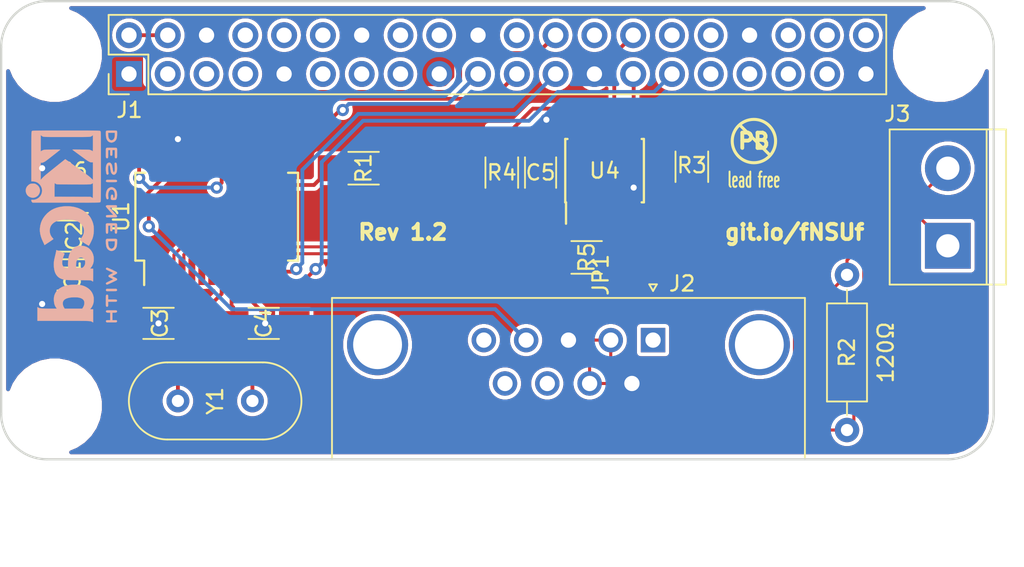
<source format=kicad_pcb>
(kicad_pcb (version 20171130) (host pcbnew 5.0.2-bee76a0~70~ubuntu18.04.1)
  (layers (0 F.Cu signal) (31 B.Cu signal) (34 B.Paste user) (35 F.Paste user) (36 B.SilkS user) (37 F.SilkS user) (38 B.Mask user) (39 F.Mask user) (44 Edge.Cuts user))
  (net 0 "")
  (net 1 +5V)
  (net 2 GND)
  (net 3 +3V3)
  (net 4 OSC2)
  (net 5 OSC1)
  (net 6 ~INT)
  (net 7 ID_SC)
  (net 8 ID_SD)
  (net 9 ~CS)
  (net 10 SCK)
  (net 11 SO)
  (net 12 SI)
  (net 13 CAN-)
  (net 14 CAN+)
  (net 15 "Net-(JP1-Pad1)")
  (net 16 "Net-(JP1-Pad2)")
  (net 17 "Net-(R1-Pad2)")
  (net 18 "Net-(U1-Pad21)")
  (net 19 "Net-(U1-Pad20)")
  (module components:solder_jumper1 (layer F.Cu) (at 60.833 34.925 90)
    (fp_text reference JP1 (at 0 -4.572 90) (layer F.SilkS))
    (fp_text value Jumper_2_Open)
    (pad 1 smd custom (at 1.27 -0.254 90) (size 0.5 0.5) (layers F.Cu F.Paste F.Mask) (net 15 "Net-(JP1-Pad1)") (options (clearance outline) (anchor rect)) (primitives (gr_poly (pts (xy 1.524 0.254) (xy 1.524 -0.508) (xy -1.524 -0.508) (xy -1.524 2.286) (xy 0.508 2.286) (xy 0.508 1.524) (xy -0.762 1.524) (xy -0.762 0.254)) (width 0))))
    (pad 2 smd custom (at 1.27 2.54 90) (size 0.5 0.5) (layers F.Cu F.Paste F.Mask) (net 16 "Net-(JP1-Pad2)") (options (clearance outline) (anchor rect)) (primitives (gr_poly (pts (xy -1.524 -0.254) (xy -1.524 0.508) (xy 1.524 0.508) (xy 1.524 -2.286) (xy -0.508 -2.286) (xy -0.508 -1.524) (xy 0.762 -1.524) (xy 0.762 -0.254)) (width 0))))
  )
  (module Connectors_DSub:DSUB-9_Female_Horizontal_P2.77x2.84mm_EdgePinOffset4.94mm_Housed_MountingHolesOffset7.48mm (layer F.Cu) (at 59.69 39.197)
    (fp_text reference J2 (at 1.905 -3.7) (layer F.SilkS))
    (fp_text value DB9_Female)
    (pad 1 thru_hole rect (at 0 0) (size 1.6 1.6) (drill 1) (layers *.Cu *.Mask))
    (pad 2 thru_hole circle (at -2.77 0) (size 1.6 1.6) (drill 1) (layers *.Cu *.Mask) (net 13 CAN-))
    (pad 3 thru_hole circle (at -5.54 0) (size 1.6 1.6) (drill 1) (layers *.Cu *.Mask) (net 2 GND))
    (pad 4 thru_hole circle (at -8.31 0) (size 1.6 1.6) (drill 1) (layers *.Cu *.Mask) (net 1 +5V))
    (pad 5 thru_hole circle (at -11.08 0) (size 1.6 1.6) (drill 1) (layers *.Cu *.Mask))
    (pad 6 thru_hole circle (at -1.385 2.84) (size 1.6 1.6) (drill 1) (layers *.Cu *.Mask) (net 2 GND))
    (pad 7 thru_hole circle (at -4.155 2.84) (size 1.6 1.6) (drill 1) (layers *.Cu *.Mask) (net 14 CAN+))
    (pad 8 thru_hole circle (at -6.925 2.84) (size 1.6 1.6) (drill 1) (layers *.Cu *.Mask))
    (pad 9 thru_hole circle (at -9.695 2.84) (size 1.6 1.6) (drill 1) (layers *.Cu *.Mask))
    (pad 0 thru_hole circle (at -18.04 0.3) (size 4 4) (drill 3.2) (layers *.Cu *.Mask))
    (pad 0 thru_hole circle (at 6.96 0.3) (size 4 4) (drill 3.2) (layers *.Cu *.Mask))
  )
  (module components:RPi_Hat_Mounting_Hole (layer F.Cu) (at 78.5 20.5)
    (fp_text reference REF** hide)
    (fp_text value M2.5 hide)
    (pad "" np_thru_hole circle (at 0 0) (size 2.75 2.75) (drill 2.75) (layers *.Cu *.Mask) (clearance 1.725))
  )
  (module components:RPi_Hat_Mounting_Hole (layer F.Cu) (at 20.5 43.5)
    (fp_text reference REF** hide)
    (fp_text value M2.5 hide)
    (pad "" np_thru_hole circle (at 0 0) (size 2.75 2.75) (drill 2.75) (layers *.Cu *.Mask) (clearance 1.725))
  )
  (module components:RPi_Hat_Mounting_Hole (layer F.Cu) (at 20.5 20.5)
    (fp_text reference REF** hide)
    (fp_text value M2.5 hide)
    (pad "" np_thru_hole circle (at 0 0) (size 2.75 2.75) (drill 2.75) (layers *.Cu *.Mask) (clearance 1.725))
  )
  (module Crystals:Crystal_HC49-U_Vertical (layer F.Cu) (at 33.455 43.18 180)
    (fp_text reference Y1 (at 2.44 0 270) (layer F.SilkS))
    (fp_text value 8MHz)
    (pad 2 thru_hole circle (at 4.88 0 180) (size 1.5 1.5) (drill 0.8) (layers *.Cu *.Mask) (net 4 OSC2))
    (pad 1 thru_hole circle (at 0 0 180) (size 1.5 1.5) (drill 0.8) (layers *.Cu *.Mask) (net 5 OSC1))
  )
  (module Capacitors_SMD:C_1206_HandSoldering (layer F.Cu) (at 21.685 34.925 180)
    (fp_text reference C1 (at 0 -0.035 270) (layer F.SilkS))
    (fp_text value 0.1uF)
    (pad 2 smd rect (at 2 0 180) (size 2 1.6) (layers F.Cu F.Paste F.Mask) (net 2 GND))
    (pad 1 smd rect (at -2 0 180) (size 2 1.6) (layers F.Cu F.Paste F.Mask) (net 3 +3V3))
  )
  (module Capacitors_SMD:C_1206_HandSoldering (layer F.Cu) (at 21.685 32.385 180)
    (fp_text reference C2 (at -0.095 0 -90) (layer F.SilkS))
    (fp_text value 0.1uF)
    (pad 1 smd rect (at -2 0 180) (size 2 1.6) (layers F.Cu F.Paste F.Mask) (net 3 +3V3))
    (pad 2 smd rect (at 2 0 180) (size 2 1.6) (layers F.Cu F.Paste F.Mask) (net 2 GND))
  )
  (module Capacitors_SMD:C_1206_HandSoldering (layer F.Cu) (at 27.305 38.1 180)
    (fp_text reference C3 (at -0.095 0 270) (layer F.SilkS))
    (fp_text value 22pF)
    (pad 2 smd rect (at 2 0 180) (size 2 1.6) (layers F.Cu F.Paste F.Mask) (net 2 GND))
    (pad 1 smd rect (at -2 0 180) (size 2 1.6) (layers F.Cu F.Paste F.Mask) (net 4 OSC2))
  )
  (module Capacitors_SMD:C_1206_HandSoldering (layer F.Cu) (at 34.195 38.1)
    (fp_text reference C4 (at 0 0 270) (layer F.SilkS))
    (fp_text value 22pF)
    (pad 1 smd rect (at -2 0) (size 2 1.6) (layers F.Cu F.Paste F.Mask) (net 5 OSC1))
    (pad 2 smd rect (at 2 0) (size 2 1.6) (layers F.Cu F.Paste F.Mask) (net 2 GND))
  )
  (module Capacitors_SMD:C_1206_HandSoldering (layer F.Cu) (at 52.324 28.226 90)
    (fp_text reference C5 (at 0 0 -180) (layer F.SilkS))
    (fp_text value 100nF)
    (pad 2 smd rect (at 2 0 90) (size 2 1.6) (layers F.Cu F.Paste F.Mask) (net 2 GND))
    (pad 1 smd rect (at -2 0 90) (size 2 1.6) (layers F.Cu F.Paste F.Mask) (net 3 +3V3))
  )
  (module Pin_Headers:Pin_Header_Straight_2x20_Pitch2.54mm (layer F.Cu) (at 25.37 21.77 90)
    (fp_text reference J1 (at -2.36 0.03 180) (layer F.SilkS))
    (fp_text value RaspberryPi40PinHeader)
    (pad 40 thru_hole oval (at 2.54 48.26 90) (size 1.7 1.7) (drill 1) (layers *.Cu *.Mask))
    (pad 39 thru_hole oval (at 0 48.26 90) (size 1.7 1.7) (drill 1) (layers *.Cu *.Mask) (net 2 GND))
    (pad 38 thru_hole oval (at 2.54 45.72 90) (size 1.7 1.7) (drill 1) (layers *.Cu *.Mask))
    (pad 37 thru_hole oval (at 0 45.72 90) (size 1.7 1.7) (drill 1) (layers *.Cu *.Mask))
    (pad 36 thru_hole oval (at 2.54 43.18 90) (size 1.7 1.7) (drill 1) (layers *.Cu *.Mask))
    (pad 35 thru_hole oval (at 0 43.18 90) (size 1.7 1.7) (drill 1) (layers *.Cu *.Mask))
    (pad 34 thru_hole oval (at 2.54 40.64 90) (size 1.7 1.7) (drill 1) (layers *.Cu *.Mask) (net 2 GND))
    (pad 33 thru_hole oval (at 0 40.64 90) (size 1.7 1.7) (drill 1) (layers *.Cu *.Mask))
    (pad 32 thru_hole oval (at 2.54 38.1 90) (size 1.7 1.7) (drill 1) (layers *.Cu *.Mask))
    (pad 31 thru_hole oval (at 0 38.1 90) (size 1.7 1.7) (drill 1) (layers *.Cu *.Mask))
    (pad 30 thru_hole oval (at 2.54 35.56 90) (size 1.7 1.7) (drill 1) (layers *.Cu *.Mask))
    (pad 29 thru_hole oval (at 0 35.56 90) (size 1.7 1.7) (drill 1) (layers *.Cu *.Mask) (net 6 ~INT))
    (pad 28 thru_hole oval (at 2.54 33.02 90) (size 1.7 1.7) (drill 1) (layers *.Cu *.Mask) (net 7 ID_SC))
    (pad 27 thru_hole oval (at 0 33.02 90) (size 1.7 1.7) (drill 1) (layers *.Cu *.Mask) (net 8 ID_SD))
    (pad 26 thru_hole oval (at 2.54 30.48 90) (size 1.7 1.7) (drill 1) (layers *.Cu *.Mask))
    (pad 25 thru_hole oval (at 0 30.48 90) (size 1.7 1.7) (drill 1) (layers *.Cu *.Mask) (net 2 GND))
    (pad 24 thru_hole oval (at 2.54 27.94 90) (size 1.7 1.7) (drill 1) (layers *.Cu *.Mask) (net 9 ~CS))
    (pad 23 thru_hole oval (at 0 27.94 90) (size 1.7 1.7) (drill 1) (layers *.Cu *.Mask) (net 10 SCK))
    (pad 22 thru_hole oval (at 2.54 25.4 90) (size 1.7 1.7) (drill 1) (layers *.Cu *.Mask))
    (pad 21 thru_hole oval (at 0 25.4 90) (size 1.7 1.7) (drill 1) (layers *.Cu *.Mask) (net 11 SO))
    (pad 20 thru_hole oval (at 2.54 22.86 90) (size 1.7 1.7) (drill 1) (layers *.Cu *.Mask) (net 2 GND))
    (pad 19 thru_hole oval (at 0 22.86 90) (size 1.7 1.7) (drill 1) (layers *.Cu *.Mask) (net 12 SI))
    (pad 18 thru_hole oval (at 2.54 20.32 90) (size 1.7 1.7) (drill 1) (layers *.Cu *.Mask))
    (pad 17 thru_hole oval (at 0 20.32 90) (size 1.7 1.7) (drill 1) (layers *.Cu *.Mask) (net 3 +3V3))
    (pad 16 thru_hole oval (at 2.54 17.78 90) (size 1.7 1.7) (drill 1) (layers *.Cu *.Mask))
    (pad 15 thru_hole oval (at 0 17.78 90) (size 1.7 1.7) (drill 1) (layers *.Cu *.Mask))
    (pad 14 thru_hole oval (at 2.54 15.24 90) (size 1.7 1.7) (drill 1) (layers *.Cu *.Mask) (net 2 GND))
    (pad 13 thru_hole oval (at 0 15.24 90) (size 1.7 1.7) (drill 1) (layers *.Cu *.Mask))
    (pad 12 thru_hole oval (at 2.54 12.7 90) (size 1.7 1.7) (drill 1) (layers *.Cu *.Mask))
    (pad 11 thru_hole oval (at 0 12.7 90) (size 1.7 1.7) (drill 1) (layers *.Cu *.Mask))
    (pad 10 thru_hole oval (at 2.54 10.16 90) (size 1.7 1.7) (drill 1) (layers *.Cu *.Mask))
    (pad 9 thru_hole oval (at 0 10.16 90) (size 1.7 1.7) (drill 1) (layers *.Cu *.Mask) (net 2 GND))
    (pad 8 thru_hole oval (at 2.54 7.62 90) (size 1.7 1.7) (drill 1) (layers *.Cu *.Mask))
    (pad 7 thru_hole oval (at 0 7.62 90) (size 1.7 1.7) (drill 1) (layers *.Cu *.Mask))
    (pad 6 thru_hole oval (at 2.54 5.08 90) (size 1.7 1.7) (drill 1) (layers *.Cu *.Mask) (net 2 GND))
    (pad 5 thru_hole oval (at 0 5.08 90) (size 1.7 1.7) (drill 1) (layers *.Cu *.Mask))
    (pad 4 thru_hole oval (at 2.54 2.54 90) (size 1.7 1.7) (drill 1) (layers *.Cu *.Mask) (net 1 +5V))
    (pad 3 thru_hole oval (at 0 2.54 90) (size 1.7 1.7) (drill 1) (layers *.Cu *.Mask))
    (pad 2 thru_hole oval (at 2.54 0 90) (size 1.7 1.7) (drill 1) (layers *.Cu *.Mask) (net 1 +5V))
    (pad 1 thru_hole rect (at 0 0 90) (size 1.7 1.7) (drill 1) (layers *.Cu *.Mask) (net 3 +3V3))
  )
  (module Connectors_Terminal_Blocks:TerminalBlock_bornier-2_P5.08mm (layer F.Cu) (at 78.994 33.02 90)
    (fp_text reference J3 (at 8.636 -3.302 180) (layer F.SilkS))
    (fp_text value Screw_Terminal_01x02)
    (pad 2 thru_hole circle (at 5.08 0 90) (size 3 3) (drill 1.52) (layers *.Cu *.Mask) (net 13 CAN-))
    (pad 1 thru_hole rect (at 0 0 90) (size 3 3) (drill 1.52) (layers *.Cu *.Mask) (net 14 CAN+))
  )
  (module Resistors_SMD:R_1206_HandSoldering (layer F.Cu) (at 40.735 27.94 180)
    (fp_text reference R1 (at 0 0 90) (layer F.SilkS))
    (fp_text value 10k)
    (pad 1 smd rect (at -2 0 180) (size 2 1.7) (layers F.Cu F.Paste F.Mask) (net 3 +3V3))
    (pad 2 smd rect (at 2 0 180) (size 2 1.7) (layers F.Cu F.Paste F.Mask) (net 17 "Net-(R1-Pad2)"))
  )
  (module Resistors_THT:R_Axial_DIN0207_L6.3mm_D2.5mm_P10.16mm_Horizontal (layer F.Cu) (at 72.39 34.925 270)
    (fp_text reference R2 (at 5.08 0 270) (layer F.SilkS))
    (fp_text value 120R)
    (pad 2 thru_hole oval (at 10.16 0 270) (size 1.6 1.6) (drill 0.8) (layers *.Cu *.Mask) (net 14 CAN+))
    (pad 1 thru_hole circle (at 0 0 270) (size 1.6 1.6) (drill 0.8) (layers *.Cu *.Mask) (net 13 CAN-))
  )
  (module Resistors_SMD:R_1206_HandSoldering (layer F.Cu) (at 62.23 27.845 90)
    (fp_text reference R3 (at 0.095 0 180) (layer F.SilkS))
    (fp_text value 3.9k)
    (pad 2 smd rect (at 2 0 90) (size 2 1.7) (layers F.Cu F.Paste F.Mask) (net 8 ID_SD))
    (pad 1 smd rect (at -2 0 90) (size 2 1.7) (layers F.Cu F.Paste F.Mask) (net 3 +3V3))
  )
  (module Resistors_SMD:R_1206_HandSoldering (layer F.Cu) (at 49.784 28.226 90)
    (fp_text reference R4 (at 0 0 180) (layer F.SilkS))
    (fp_text value 3.9k)
    (pad 2 smd rect (at 2 0 90) (size 2 1.7) (layers F.Cu F.Paste F.Mask) (net 7 ID_SC))
    (pad 1 smd rect (at -2 0 90) (size 2 1.7) (layers F.Cu F.Paste F.Mask) (net 3 +3V3))
  )
  (module Resistors_SMD:R_1206_HandSoldering (layer F.Cu) (at 55.34 33.782)
    (fp_text reference R5 (at 0 0 90) (layer F.SilkS))
    (fp_text value 1k)
    (pad 1 smd rect (at -2 0) (size 2 1.7) (layers F.Cu F.Paste F.Mask) (net 3 +3V3))
    (pad 2 smd rect (at 2 0) (size 2 1.7) (layers F.Cu F.Paste F.Mask) (net 15 "Net-(JP1-Pad1)"))
  )
  (module Housings_SOIC:SOIC-8_3.9x4.9mm_Pitch1.27mm (layer F.Cu) (at 56.515 28.1 90)
    (fp_text reference U4 (at 0 0 180) (layer F.SilkS))
    (fp_text value 24LC01)
    (pad 8 smd rect (at 2.7 -1.905 90) (size 1.55 0.6) (layers F.Cu F.Paste F.Mask) (net 3 +3V3))
    (pad 7 smd rect (at 2.7 -0.635 90) (size 1.55 0.6) (layers F.Cu F.Paste F.Mask) (net 16 "Net-(JP1-Pad2)"))
    (pad 6 smd rect (at 2.7 0.635 90) (size 1.55 0.6) (layers F.Cu F.Paste F.Mask) (net 7 ID_SC))
    (pad 5 smd rect (at 2.7 1.905 90) (size 1.55 0.6) (layers F.Cu F.Paste F.Mask) (net 8 ID_SD))
    (pad 4 smd rect (at -2.7 1.905 90) (size 1.55 0.6) (layers F.Cu F.Paste F.Mask) (net 2 GND))
    (pad 3 smd rect (at -2.7 0.635 90) (size 1.55 0.6) (layers F.Cu F.Paste F.Mask) (net 2 GND))
    (pad 2 smd rect (at -2.7 -0.635 90) (size 1.55 0.6) (layers F.Cu F.Paste F.Mask) (net 2 GND))
    (pad 1 smd rect (at -2.7 -1.905 90) (size 1.55 0.6) (layers F.Cu F.Paste F.Mask) (net 2 GND))
  )
  (module Capacitors_SMD:C_1206_HandSoldering (layer F.Cu) (at 21.685 29.845)
    (fp_text reference C6 (at 0 -1.75) (layer F.SilkS))
    (fp_text value 0.1uF)
    (pad 2 smd rect (at 2 0) (size 2 1.6) (layers F.Cu F.Paste F.Mask) (net 1 +5V))
    (pad 1 smd rect (at -2 0) (size 2 1.6) (layers F.Cu F.Paste F.Mask) (net 2 GND))
  )
  (module Housings_SSOP:SSOP-28_5.3x10.2mm_Pitch0.65mm (layer F.Cu) (at 31.115 31.115 90)
    (fp_text reference U1 (at 0 -6.25 90) (layer F.SilkS))
    (fp_text value MCP25625-x-SS)
    (pad 28 smd rect (at 3.6 -4.225 90) (size 1.75 0.45) (layers F.Cu F.Paste F.Mask) (net 18 "Net-(U1-Pad21)"))
    (pad 27 smd rect (at 3.6 -3.575 90) (size 1.75 0.45) (layers F.Cu F.Paste F.Mask) (net 1 +5V))
    (pad 26 smd rect (at 3.6 -2.925 90) (size 1.75 0.45) (layers F.Cu F.Paste F.Mask) (net 2 GND))
    (pad 25 smd rect (at 3.6 -2.275 90) (size 1.75 0.45) (layers F.Cu F.Paste F.Mask))
    (pad 24 smd rect (at 3.6 -1.625 90) (size 1.75 0.45) (layers F.Cu F.Paste F.Mask) (net 19 "Net-(U1-Pad20)"))
    (pad 23 smd rect (at 3.6 -0.975 90) (size 1.75 0.45) (layers F.Cu F.Paste F.Mask))
    (pad 22 smd rect (at 3.6 -0.325 90) (size 1.75 0.45) (layers F.Cu F.Paste F.Mask))
    (pad 21 smd rect (at 3.6 0.325 90) (size 1.75 0.45) (layers F.Cu F.Paste F.Mask) (net 18 "Net-(U1-Pad21)"))
    (pad 20 smd rect (at 3.6 0.975 90) (size 1.75 0.45) (layers F.Cu F.Paste F.Mask) (net 19 "Net-(U1-Pad20)"))
    (pad 19 smd rect (at 3.6 1.625 90) (size 1.75 0.45) (layers F.Cu F.Paste F.Mask) (net 3 +3V3))
    (pad 18 smd rect (at 3.6 2.275 90) (size 1.75 0.45) (layers F.Cu F.Paste F.Mask) (net 17 "Net-(R1-Pad2)"))
    (pad 17 smd rect (at 3.6 2.925 90) (size 1.75 0.45) (layers F.Cu F.Paste F.Mask) (net 9 ~CS))
    (pad 16 smd rect (at 3.6 3.575 90) (size 1.75 0.45) (layers F.Cu F.Paste F.Mask) (net 11 SO))
    (pad 15 smd rect (at 3.6 4.225 90) (size 1.75 0.45) (layers F.Cu F.Paste F.Mask) (net 12 SI))
    (pad 14 smd rect (at -3.6 4.225 90) (size 1.75 0.45) (layers F.Cu F.Paste F.Mask) (net 10 SCK))
    (pad 13 smd rect (at -3.6 3.575 90) (size 1.75 0.45) (layers F.Cu F.Paste F.Mask) (net 6 ~INT))
    (pad 12 smd rect (at -3.6 2.925 90) (size 1.75 0.45) (layers F.Cu F.Paste F.Mask))
    (pad 11 smd rect (at -3.6 2.275 90) (size 1.75 0.45) (layers F.Cu F.Paste F.Mask))
    (pad 10 smd rect (at -3.6 1.625 90) (size 1.75 0.45) (layers F.Cu F.Paste F.Mask) (net 2 GND))
    (pad 9 smd rect (at -3.6 0.975 90) (size 1.75 0.45) (layers F.Cu F.Paste F.Mask) (net 5 OSC1))
    (pad 8 smd rect (at -3.6 0.325 90) (size 1.75 0.45) (layers F.Cu F.Paste F.Mask) (net 4 OSC2))
    (pad 7 smd rect (at -3.6 -0.325 90) (size 1.75 0.45) (layers F.Cu F.Paste F.Mask))
    (pad 6 smd rect (at -3.6 -0.975 90) (size 1.75 0.45) (layers F.Cu F.Paste F.Mask))
    (pad 5 smd rect (at -3.6 -1.625 90) (size 1.75 0.45) (layers F.Cu F.Paste F.Mask))
    (pad 4 smd rect (at -3.6 -2.275 90) (size 1.75 0.45) (layers F.Cu F.Paste F.Mask) (net 14 CAN+))
    (pad 3 smd rect (at -3.6 -2.925 90) (size 1.75 0.45) (layers F.Cu F.Paste F.Mask) (net 13 CAN-))
    (pad 2 smd rect (at -3.6 -3.575 90) (size 1.75 0.45) (layers F.Cu F.Paste F.Mask))
    (pad 1 smd rect (at -3.6 -4.225 90) (size 1.75 0.45) (layers F.Cu F.Paste F.Mask) (net 3 +3V3))
  )
  (module Symbols:KiCad-Logo2_6mm_SilkScreen (layer B.Cu) (at 21.59 31.75 270)
    (fp_text reference REF*** hide)
    (fp_text value KiCad-Logo2_6mm_SilkScreen hide)
  )
  (gr_text "Rev 1.2" (at 43.307 32.131) (layer F.SilkS) (effects (font (size 1 1) (thickness 0.25))))
  (gr_text "lead free" (at 66.294 28.702) (layer F.SilkS) (effects (font (size 1 0.5) (thickness 0.125))))
  (gr_line (start 67.31 27.051) (end 65.405 25.146) (layer F.SilkS) (width 0.2))
  (gr_circle (center 66.294 26.162) (end 67.564 25.527) (layer F.SilkS) (width 0.2))
  (gr_text PB (at 66.294 26.162) (layer F.SilkS) (effects (font (size 1 1) (thickness 0.25))))
  (gr_text 120Ω (at 74.93 40.005 90) (layer F.SilkS) (effects (font (size 1 1))))
  (gr_text git.io/fNSUf (at 68.961 32.131) (layer F.SilkS) (effects (font (size 1 1) (thickness 0.25))))
  (gr_line (start 82 44) (end 82 20) (layer Edge.Cuts) (width 0.15))
  (gr_arc (start 79 44) (end 79 47) (angle -90) (layer Edge.Cuts) (width 0.15))
  (gr_line (start 20 47) (end 79 47) (layer Edge.Cuts) (width 0.15))
  (gr_arc (start 20 44) (end 17 44) (angle -90) (layer Edge.Cuts) (width 0.15))
  (gr_line (start 17 20) (end 17 44) (layer Edge.Cuts) (width 0.15))
  (gr_arc (start 79 20) (end 82 20) (angle -90) (layer Edge.Cuts) (width 0.15))
  (gr_line (start 20 17) (end 79 17) (layer Edge.Cuts) (width 0.15))
  (gr_arc (start 20 20) (end 20 17) (angle -90) (layer Edge.Cuts) (width 0.15))
  (segment (start 26.67 19.267919) (end 26.707919 19.23) (width 0.25) (layer F.Cu) (net 1))
  (segment (start 26.67 22.269002) (end 26.67 19.267919) (width 0.25) (layer F.Cu) (net 1))
  (segment (start 27.54 23.139002) (end 26.67 22.269002) (width 0.25) (layer F.Cu) (net 1))
  (segment (start 26.707919 19.23) (end 27.91 19.23) (width 0.25) (layer F.Cu) (net 1))
  (segment (start 27.54 27.515) (end 27.54 23.139002) (width 0.25) (layer F.Cu) (net 1))
  (segment (start 26.707919 19.23) (end 25.37 19.23) (width 0.25) (layer F.Cu) (net 1))
  (segment (start 23.685 29.845) (end 26.335 29.845) (width 0.25) (layer F.Cu) (net 1))
  (segment (start 27.54 28.64) (end 27.54 27.515) (width 0.25) (layer F.Cu) (net 1))
  (segment (start 26.335 29.845) (end 27.54 28.64) (width 0.25) (layer F.Cu) (net 1))
  (via (at 26.67 31.75) (size 0.8) (drill 0.4) (layers F.Cu B.Cu) (net 1))
  (segment (start 51.38 39.197) (end 49.354999 37.171999) (width 0.25) (layer B.Cu) (net 1))
  (segment (start 32.091999 37.171999) (end 26.67 31.75) (width 0.25) (layer B.Cu) (net 1))
  (segment (start 49.354999 37.171999) (end 32.091999 37.171999) (width 0.25) (layer B.Cu) (net 1))
  (segment (start 26.67 30.18) (end 26.335 29.845) (width 0.25) (layer F.Cu) (net 1))
  (segment (start 26.67 31.75) (end 26.67 30.18) (width 0.25) (layer F.Cu) (net 1))
  (segment (start 19.685 30.895) (end 19.685 32.385) (width 0.25) (layer F.Cu) (net 2))
  (segment (start 19.685 29.845) (end 19.685 30.895) (width 0.25) (layer F.Cu) (net 2))
  (segment (start 19.685 34.925) (end 19.685 32.385) (width 0.25) (layer F.Cu) (net 2))
  (via (at 19.685 27.94) (size 0.8) (drill 0.4) (layers F.Cu B.Cu) (net 2))
  (segment (start 19.685 29.845) (end 19.685 27.94) (width 0.25) (layer F.Cu) (net 2))
  (via (at 19.685 36.83) (size 0.8) (drill 0.4) (layers F.Cu B.Cu) (net 2))
  (segment (start 19.685 34.925) (end 19.685 36.83) (width 0.25) (layer F.Cu) (net 2))
  (via (at 34.29 38.1) (size 0.8) (drill 0.4) (layers F.Cu B.Cu) (net 2))
  (segment (start 36.195 38.1) (end 34.29 38.1) (width 0.25) (layer F.Cu) (net 2))
  (segment (start 32.74 35.84) (end 32.74 34.715) (width 0.25) (layer F.Cu) (net 2))
  (segment (start 32.74 35.984315) (end 32.74 35.84) (width 0.25) (layer F.Cu) (net 2))
  (segment (start 34.29 37.534315) (end 32.74 35.984315) (width 0.25) (layer F.Cu) (net 2))
  (segment (start 34.29 38.1) (end 34.29 37.534315) (width 0.25) (layer F.Cu) (net 2))
  (via (at 27.305 38.1) (size 0.8) (drill 0.4) (layers F.Cu B.Cu) (net 2))
  (segment (start 25.305 38.1) (end 27.305 38.1) (width 0.25) (layer F.Cu) (net 2))
  (via (at 28.575 26.035) (size 0.8) (drill 0.4) (layers F.Cu B.Cu) (net 2))
  (segment (start 28.19 27.515) (end 28.19 26.42) (width 0.25) (layer F.Cu) (net 2))
  (segment (start 28.19 26.42) (end 28.575 26.035) (width 0.25) (layer F.Cu) (net 2))
  (segment (start 58.42 30.8) (end 57.15 30.8) (width 0.25) (layer F.Cu) (net 2))
  (segment (start 55.88 30.8) (end 57.15 30.8) (width 0.25) (layer F.Cu) (net 2))
  (segment (start 54.61 30.8) (end 55.88 30.8) (width 0.25) (layer F.Cu) (net 2))
  (via (at 52.705 24.765) (size 0.8) (drill 0.4) (layers F.Cu B.Cu) (net 2))
  (segment (start 52.324 26.226) (end 52.324 25.146) (width 0.25) (layer F.Cu) (net 2))
  (segment (start 52.324 25.146) (end 52.705 24.765) (width 0.25) (layer F.Cu) (net 2))
  (via (at 58.42 29.21) (size 0.8) (drill 0.4) (layers F.Cu B.Cu) (net 2))
  (segment (start 58.42 30.8) (end 58.42 29.21) (width 0.25) (layer F.Cu) (net 2))
  (segment (start 28.575 38.83) (end 29.305 38.1) (width 0.25) (layer F.Cu) (net 4))
  (segment (start 28.575 43.18) (end 28.575 38.83) (width 0.25) (layer F.Cu) (net 4))
  (segment (start 31.44 35.84) (end 31.44 34.715) (width 0.25) (layer F.Cu) (net 4))
  (segment (start 31.44 36.165) (end 31.44 35.84) (width 0.25) (layer F.Cu) (net 4))
  (segment (start 29.505 38.1) (end 31.44 36.165) (width 0.25) (layer F.Cu) (net 4))
  (segment (start 29.305 38.1) (end 29.505 38.1) (width 0.25) (layer F.Cu) (net 4))
  (segment (start 32.395 38.1) (end 32.195 38.1) (width 0.25) (layer F.Cu) (net 5))
  (segment (start 33.455 39.16) (end 32.395 38.1) (width 0.25) (layer F.Cu) (net 5))
  (segment (start 33.455 43.18) (end 33.455 39.16) (width 0.25) (layer F.Cu) (net 5))
  (segment (start 32.09 35.84) (end 32.09 34.715) (width 0.25) (layer F.Cu) (net 5))
  (segment (start 32.09 36.945) (end 32.09 35.84) (width 0.25) (layer F.Cu) (net 5))
  (segment (start 32.195 37.05) (end 32.09 36.945) (width 0.25) (layer F.Cu) (net 5))
  (segment (start 32.195 38.1) (end 32.195 37.05) (width 0.25) (layer F.Cu) (net 5))
  (via (at 37.592 34.544) (size 0.8) (drill 0.4) (layers F.Cu B.Cu) (net 6))
  (segment (start 36.220999 35.915001) (end 37.592 34.544) (width 0.25) (layer F.Cu) (net 6))
  (segment (start 34.765001 35.915001) (end 36.220999 35.915001) (width 0.25) (layer F.Cu) (net 6))
  (segment (start 34.69 34.715) (end 34.69 35.84) (width 0.25) (layer F.Cu) (net 6))
  (segment (start 34.69 35.84) (end 34.765001 35.915001) (width 0.25) (layer F.Cu) (net 6))
  (segment (start 37.991999 34.144001) (end 37.991999 27.540001) (width 0.25) (layer B.Cu) (net 6))
  (segment (start 37.592 34.544) (end 37.991999 34.144001) (width 0.25) (layer B.Cu) (net 6))
  (segment (start 60.080001 22.619999) (end 60.93 21.77) (width 0.25) (layer B.Cu) (net 6))
  (segment (start 59.754999 22.945001) (end 60.080001 22.619999) (width 0.25) (layer B.Cu) (net 6))
  (segment (start 51.562988 24.83401) (end 53.451997 22.945001) (width 0.25) (layer B.Cu) (net 6))
  (segment (start 53.451997 22.945001) (end 59.754999 22.945001) (width 0.25) (layer B.Cu) (net 6))
  (segment (start 40.69799 24.83401) (end 51.562988 24.83401) (width 0.25) (layer B.Cu) (net 6))
  (segment (start 37.991999 27.540001) (end 40.69799 24.83401) (width 0.25) (layer B.Cu) (net 6))
  (segment (start 57.15 20.47) (end 58.39 19.23) (width 0.25) (layer F.Cu) (net 7))
  (segment (start 49.784 26.076) (end 49.784 26.226) (width 0.25) (layer F.Cu) (net 7))
  (segment (start 57.059999 24.039999) (end 51.820001 24.039999) (width 0.25) (layer F.Cu) (net 7))
  (segment (start 57.15 24.13) (end 57.059999 24.039999) (width 0.25) (layer F.Cu) (net 7))
  (segment (start 51.820001 24.039999) (end 49.784 26.076) (width 0.25) (layer F.Cu) (net 7))
  (segment (start 57.15 24.13) (end 57.15 20.47) (width 0.25) (layer F.Cu) (net 7))
  (segment (start 57.15 25.4) (end 57.15 24.13) (width 0.25) (layer F.Cu) (net 7))
  (segment (start 58.865 25.845) (end 58.42 25.4) (width 0.25) (layer F.Cu) (net 8))
  (segment (start 62.23 25.845) (end 58.865 25.845) (width 0.25) (layer F.Cu) (net 8))
  (segment (start 58.42 21.8) (end 58.39 21.77) (width 0.25) (layer F.Cu) (net 8))
  (segment (start 58.42 25.4) (end 58.42 21.8) (width 0.25) (layer F.Cu) (net 8))
  (segment (start 52.460001 20.079999) (end 53.31 19.23) (width 0.25) (layer F.Cu) (net 9))
  (segment (start 52.134999 20.405001) (end 52.460001 20.079999) (width 0.25) (layer F.Cu) (net 9))
  (segment (start 47.665999 20.405001) (end 52.134999 20.405001) (width 0.25) (layer F.Cu) (net 9))
  (segment (start 47.054999 21.016001) (end 47.665999 20.405001) (width 0.25) (layer F.Cu) (net 9))
  (segment (start 47.054999 22.144003) (end 47.054999 21.016001) (width 0.25) (layer F.Cu) (net 9))
  (segment (start 46.254001 22.945001) (end 47.054999 22.144003) (width 0.25) (layer F.Cu) (net 9))
  (segment (start 37.484999 22.945001) (end 46.254001 22.945001) (width 0.25) (layer F.Cu) (net 9))
  (segment (start 34.04 26.39) (end 37.484999 22.945001) (width 0.25) (layer F.Cu) (net 9))
  (segment (start 34.04 27.515) (end 34.04 26.39) (width 0.25) (layer F.Cu) (net 9))
  (via (at 36.322 34.544) (size 0.8) (drill 0.4) (layers F.Cu B.Cu) (net 10))
  (segment (start 35.34 34.715) (end 36.151 34.715) (width 0.25) (layer F.Cu) (net 10))
  (segment (start 36.151 34.715) (end 36.322 34.544) (width 0.25) (layer F.Cu) (net 10))
  (segment (start 36.721999 34.144001) (end 36.721999 28.048001) (width 0.25) (layer B.Cu) (net 10))
  (segment (start 36.322 34.544) (end 36.721999 34.144001) (width 0.25) (layer B.Cu) (net 10))
  (segment (start 36.721999 28.048001) (end 40.386 24.384) (width 0.25) (layer B.Cu) (net 10))
  (segment (start 50.696 24.384) (end 53.31 21.77) (width 0.25) (layer B.Cu) (net 10))
  (segment (start 40.386 24.384) (end 50.696 24.384) (width 0.25) (layer B.Cu) (net 10))
  (segment (start 49.920001 22.619999) (end 50.77 21.77) (width 0.25) (layer F.Cu) (net 11))
  (segment (start 49.144989 23.395011) (end 49.920001 22.619999) (width 0.25) (layer F.Cu) (net 11))
  (segment (start 37.684989 23.395011) (end 49.144989 23.395011) (width 0.25) (layer F.Cu) (net 11))
  (segment (start 34.69 26.39) (end 37.684989 23.395011) (width 0.25) (layer F.Cu) (net 11))
  (segment (start 34.69 27.515) (end 34.69 26.39) (width 0.25) (layer F.Cu) (net 11))
  (via (at 39.37 24.13) (size 0.8) (drill 0.4) (layers F.Cu B.Cu) (net 12))
  (segment (start 39.2 24.13) (end 39.37 24.13) (width 0.25) (layer F.Cu) (net 12))
  (segment (start 35.34 27.515) (end 35.815 27.515) (width 0.25) (layer F.Cu) (net 12))
  (segment (start 35.815 27.515) (end 39.2 24.13) (width 0.25) (layer F.Cu) (net 12))
  (segment (start 46.269999 23.730001) (end 47.380001 22.619999) (width 0.25) (layer B.Cu) (net 12))
  (segment (start 39.769999 23.730001) (end 46.269999 23.730001) (width 0.25) (layer B.Cu) (net 12))
  (segment (start 47.380001 22.619999) (end 48.23 21.77) (width 0.25) (layer B.Cu) (net 12))
  (segment (start 39.37 24.13) (end 39.769999 23.730001) (width 0.25) (layer B.Cu) (net 12))
  (segment (start 68.936001 38.378999) (end 72.39 34.925) (width 0.2) (layer F.Cu) (net 13))
  (segment (start 68.950001 38.392999) (end 68.936001 38.378999) (width 0.2) (layer F.Cu) (net 13))
  (segment (start 68.950001 40.601001) (end 68.950001 38.392999) (width 0.2) (layer F.Cu) (net 13))
  (segment (start 56.92 39.197) (end 56.92 41.718801) (width 0.2) (layer F.Cu) (net 13))
  (segment (start 56.92 41.718801) (end 57.204999 42.0038) (width 0.2) (layer F.Cu) (net 13))
  (segment (start 57.204999 42.0038) (end 57.204999 42.565001) (width 0.2) (layer F.Cu) (net 13))
  (segment (start 57.204999 42.565001) (end 59.274998 44.635) (width 0.2) (layer F.Cu) (net 13))
  (segment (start 59.274998 44.635) (end 64.916002 44.635) (width 0.2) (layer F.Cu) (net 13))
  (segment (start 64.916002 44.635) (end 68.950001 40.601001) (width 0.2) (layer F.Cu) (net 13))
  (segment (start 55.853199 39.197) (end 56.92 39.197) (width 0.2) (layer F.Cu) (net 13))
  (segment (start 55.699992 39.043792) (end 55.853199 39.197) (width 0.2) (layer F.Cu) (net 13))
  (segment (start 55.699992 38.482607) (end 55.699992 39.043792) (width 0.2) (layer F.Cu) (net 13))
  (segment (start 50.307393 33.090008) (end 55.699992 38.482607) (width 0.2) (layer F.Cu) (net 13))
  (segment (start 43.15452 33.090008) (end 50.307393 33.090008) (width 0.2) (layer F.Cu) (net 13))
  (segment (start 43.117078 33.08579) (end 43.15452 33.090008) (width 0.2) (layer F.Cu) (net 13))
  (segment (start 43.081514 33.073346) (end 43.117078 33.08579) (width 0.2) (layer F.Cu) (net 13))
  (segment (start 43.049611 33.053299) (end 43.081514 33.073346) (width 0.2) (layer F.Cu) (net 13))
  (segment (start 43.002922 32.994754) (end 43.022969 33.026657) (width 0.2) (layer F.Cu) (net 13))
  (segment (start 42.982041 32.884307) (end 42.990478 32.95919) (width 0.2) (layer F.Cu) (net 13))
  (segment (start 42.969597 32.848743) (end 42.982041 32.884307) (width 0.2) (layer F.Cu) (net 13))
  (segment (start 42.922908 32.790198) (end 42.94955 32.81684) (width 0.2) (layer F.Cu) (net 13))
  (segment (start 42.891005 32.770151) (end 42.922908 32.790198) (width 0.2) (layer F.Cu) (net 13))
  (segment (start 42.990478 32.95919) (end 43.002922 32.994754) (width 0.2) (layer F.Cu) (net 13))
  (segment (start 42.94955 32.81684) (end 42.969597 32.848743) (width 0.2) (layer F.Cu) (net 13))
  (segment (start 42.75452 32.753488) (end 42.818 32.753488) (width 0.2) (layer F.Cu) (net 13))
  (segment (start 42.717078 32.757707) (end 42.75452 32.753488) (width 0.2) (layer F.Cu) (net 13))
  (segment (start 28.838607 33.090008) (end 42.418 33.090008) (width 0.2) (layer F.Cu) (net 13))
  (segment (start 28.314999 33.613616) (end 28.838607 33.090008) (width 0.2) (layer F.Cu) (net 13))
  (segment (start 42.855441 32.757707) (end 42.891005 32.770151) (width 0.2) (layer F.Cu) (net 13))
  (segment (start 42.818 32.753488) (end 42.855441 32.757707) (width 0.2) (layer F.Cu) (net 13))
  (segment (start 42.681514 32.770151) (end 42.717078 32.757707) (width 0.2) (layer F.Cu) (net 13))
  (segment (start 28.19 34.715) (end 28.314999 34.590001) (width 0.2) (layer F.Cu) (net 13))
  (segment (start 42.455441 33.08579) (end 42.491005 33.073346) (width 0.2) (layer F.Cu) (net 13))
  (segment (start 28.314999 34.590001) (end 28.314999 33.613616) (width 0.2) (layer F.Cu) (net 13))
  (segment (start 42.582041 32.95919) (end 42.590478 32.884307) (width 0.2) (layer F.Cu) (net 13))
  (segment (start 42.491005 33.073346) (end 42.522908 33.053299) (width 0.2) (layer F.Cu) (net 13))
  (segment (start 42.522908 33.053299) (end 42.54955 33.026657) (width 0.2) (layer F.Cu) (net 13))
  (segment (start 42.54955 33.026657) (end 42.569597 32.994754) (width 0.2) (layer F.Cu) (net 13))
  (segment (start 42.590478 32.884307) (end 42.602922 32.848743) (width 0.2) (layer F.Cu) (net 13))
  (segment (start 42.418 33.090008) (end 42.455441 33.08579) (width 0.2) (layer F.Cu) (net 13))
  (segment (start 42.602922 32.848743) (end 42.622969 32.81684) (width 0.2) (layer F.Cu) (net 13))
  (segment (start 43.022969 33.026657) (end 43.049611 33.053299) (width 0.2) (layer F.Cu) (net 13))
  (segment (start 42.569597 32.994754) (end 42.582041 32.95919) (width 0.2) (layer F.Cu) (net 13))
  (segment (start 42.622969 32.81684) (end 42.649611 32.790198) (width 0.2) (layer F.Cu) (net 13))
  (segment (start 42.649611 32.790198) (end 42.681514 32.770151) (width 0.2) (layer F.Cu) (net 13))
  (segment (start 77.527528 29.406474) (end 78.994 27.94) (width 0.2) (layer F.Cu) (net 13))
  (segment (start 77.452163 29.453829) (end 77.492513 29.434397) (width 0.2) (layer F.Cu) (net 13))
  (segment (start 77.408499 29.463796) (end 77.452163 29.453829) (width 0.2) (layer F.Cu) (net 13))
  (segment (start 77.320051 29.453829) (end 77.363713 29.463796) (width 0.2) (layer F.Cu) (net 13))
  (segment (start 77.279701 29.434397) (end 77.320051 29.453829) (width 0.2) (layer F.Cu) (net 13))
  (segment (start 77.244686 29.406474) (end 77.279701 29.434397) (width 0.2) (layer F.Cu) (net 13))
  (segment (start 73.745124 31.324041) (end 73.745124 31.279255) (width 0.2) (layer F.Cu) (net 13))
  (segment (start 74.247091 31.894806) (end 74.219168 31.85979) (width 0.2) (layer F.Cu) (net 13))
  (segment (start 73.755091 31.367703) (end 73.745124 31.324041) (width 0.2) (layer F.Cu) (net 13))
  (segment (start 73.802446 31.443068) (end 73.774523 31.408053) (width 0.2) (layer F.Cu) (net 13))
  (segment (start 77.378564 30.671722) (end 77.413579 30.699645) (width 0.2) (layer F.Cu) (net 13))
  (segment (start 73.745124 31.279255) (end 73.755091 31.235591) (width 0.2) (layer F.Cu) (net 13))
  (segment (start 74.219168 31.85979) (end 73.802446 31.443068) (width 0.2) (layer F.Cu) (net 13))
  (segment (start 74.27649 32.023604) (end 74.27649 31.978818) (width 0.2) (layer F.Cu) (net 13))
  (segment (start 74.266523 32.067268) (end 74.27649 32.023604) (width 0.2) (layer F.Cu) (net 13))
  (segment (start 74.219169 32.142632) (end 74.219168 32.142632) (width 0.2) (layer F.Cu) (net 13))
  (segment (start 74.184154 32.170557) (end 74.219169 32.142632) (width 0.2) (layer F.Cu) (net 13))
  (segment (start 74.143804 32.189989) (end 74.184154 32.170557) (width 0.2) (layer F.Cu) (net 13))
  (segment (start 73.971342 32.170557) (end 74.011692 32.189989) (width 0.2) (layer F.Cu) (net 13))
  (segment (start 73.936327 32.142634) (end 73.971342 32.170557) (width 0.2) (layer F.Cu) (net 13))
  (segment (start 73.519604 31.725911) (end 73.936327 32.142634) (width 0.2) (layer F.Cu) (net 13))
  (segment (start 73.484589 31.697988) (end 73.519604 31.725911) (width 0.2) (layer F.Cu) (net 13))
  (segment (start 73.444239 31.678556) (end 73.484589 31.697988) (width 0.2) (layer F.Cu) (net 13))
  (segment (start 73.355791 31.668589) (end 73.400577 31.668589) (width 0.2) (layer F.Cu) (net 13))
  (segment (start 73.312127 31.678556) (end 73.355791 31.668589) (width 0.2) (layer F.Cu) (net 13))
  (segment (start 75.350537 31.011264) (end 75.456601 30.905199) (width 0.2) (layer F.Cu) (net 13))
  (segment (start 73.271777 31.697987) (end 73.312127 31.678556) (width 0.2) (layer F.Cu) (net 13))
  (segment (start 75.315522 31.039189) (end 75.350537 31.011264) (width 0.2) (layer F.Cu) (net 13))
  (segment (start 72.643155 32.326609) (end 72.671078 32.291594) (width 0.2) (layer F.Cu) (net 13))
  (segment (start 75.275172 31.058621) (end 75.315522 31.039189) (width 0.2) (layer F.Cu) (net 13))
  (segment (start 73.208839 31.760925) (end 73.236762 31.72591) (width 0.2) (layer F.Cu) (net 13))
  (segment (start 73.189407 31.801275) (end 73.208839 31.760925) (width 0.2) (layer F.Cu) (net 13))
  (segment (start 73.17944 31.844939) (end 73.189407 31.801275) (width 0.2) (layer F.Cu) (net 13))
  (segment (start 73.700839 32.50084) (end 73.681407 32.46049) (width 0.2) (layer F.Cu) (net 13))
  (segment (start 73.208839 31.973737) (end 73.189407 31.933387) (width 0.2) (layer F.Cu) (net 13))
  (segment (start 72.623723 32.366959) (end 72.643155 32.326609) (width 0.2) (layer F.Cu) (net 13))
  (segment (start 75.23151 31.068586) (end 75.275172 31.058621) (width 0.2) (layer F.Cu) (net 13))
  (segment (start 73.236762 32.008752) (end 73.208839 31.973737) (width 0.2) (layer F.Cu) (net 13))
  (segment (start 72.613756 32.410623) (end 72.623723 32.366959) (width 0.2) (layer F.Cu) (net 13))
  (segment (start 73.653484 32.425474) (end 73.236762 32.008752) (width 0.2) (layer F.Cu) (net 13))
  (segment (start 74.832207 31.501584) (end 74.842174 31.45792) (width 0.2) (layer F.Cu) (net 13))
  (segment (start 73.681407 32.46049) (end 73.653484 32.425474) (width 0.2) (layer F.Cu) (net 13))
  (segment (start 73.710806 32.544502) (end 73.700839 32.50084) (width 0.2) (layer F.Cu) (net 13))
  (segment (start 74.650972 30.594543) (end 75.067695 31.011266) (width 0.2) (layer F.Cu) (net 13))
  (segment (start 72.623723 32.499071) (end 72.613756 32.455409) (width 0.2) (layer F.Cu) (net 13))
  (segment (start 73.405658 32.736241) (end 73.446008 32.755673) (width 0.2) (layer F.Cu) (net 13))
  (segment (start 74.219168 32.142632) (end 74.247092 32.107618) (width 0.2) (layer F.Cu) (net 13))
  (segment (start 74.502011 31.57695) (end 74.537026 31.604873) (width 0.2) (layer F.Cu) (net 13))
  (segment (start 72.643155 32.539421) (end 72.623723 32.499071) (width 0.2) (layer F.Cu) (net 13))
  (segment (start 73.370643 32.708318) (end 73.405658 32.736241) (width 0.2) (layer F.Cu) (net 13))
  (segment (start 74.055356 32.199954) (end 74.100142 32.199954) (width 0.2) (layer F.Cu) (net 13))
  (segment (start 73.0878 32.991158) (end 72.671078 32.574436) (width 0.2) (layer F.Cu) (net 13))
  (segment (start 77.363713 29.463796) (end 77.408499 29.463796) (width 0.2) (layer F.Cu) (net 13))
  (segment (start 73.135155 33.066524) (end 73.115723 33.026174) (width 0.2) (layer F.Cu) (net 13))
  (segment (start 73.145122 33.110186) (end 73.135155 33.066524) (width 0.2) (layer F.Cu) (net 13))
  (segment (start 72.834893 32.234273) (end 72.878555 32.24424) (width 0.2) (layer F.Cu) (net 13))
  (segment (start 76.679 30.255) (end 76.714014 30.227076) (width 0.2) (layer F.Cu) (net 13))
  (segment (start 74.100142 32.199954) (end 74.143804 32.189989) (width 0.2) (layer F.Cu) (net 13))
  (segment (start 75.10271 31.039189) (end 75.14306 31.058621) (width 0.2) (layer F.Cu) (net 13))
  (segment (start 72.671078 32.574436) (end 72.643155 32.539421) (width 0.2) (layer F.Cu) (net 13))
  (segment (start 72.613756 32.455409) (end 72.613756 32.410623) (width 0.2) (layer F.Cu) (net 13))
  (segment (start 74.247092 32.107618) (end 74.266523 32.067268) (width 0.2) (layer F.Cu) (net 13))
  (segment (start 74.011692 32.189989) (end 74.055356 32.199954) (width 0.2) (layer F.Cu) (net 13))
  (segment (start 73.755091 31.235591) (end 73.774523 31.195241) (width 0.2) (layer F.Cu) (net 13))
  (segment (start 75.067695 31.011266) (end 75.10271 31.039189) (width 0.2) (layer F.Cu) (net 13))
  (segment (start 74.812776 31.541934) (end 74.832207 31.501584) (width 0.2) (layer F.Cu) (net 13))
  (segment (start 72.39 34.925) (end 72.39 33.9718) (width 0.2) (layer F.Cu) (net 13))
  (segment (start 73.966261 31.102905) (end 74.009923 31.112872) (width 0.2) (layer F.Cu) (net 13))
  (segment (start 72.878555 32.24424) (end 72.918905 32.263672) (width 0.2) (layer F.Cu) (net 13))
  (segment (start 73.115723 33.026174) (end 73.0878 32.991158) (width 0.2) (layer F.Cu) (net 13))
  (segment (start 77.492513 29.434397) (end 77.527528 29.406474) (width 0.2) (layer F.Cu) (net 13))
  (segment (start 74.320775 30.802019) (end 74.310808 30.758357) (width 0.2) (layer F.Cu) (net 13))
  (segment (start 73.710806 32.589288) (end 73.710806 32.544502) (width 0.2) (layer F.Cu) (net 13))
  (segment (start 74.615957 30.56662) (end 74.650972 30.594543) (width 0.2) (layer F.Cu) (net 13))
  (segment (start 73.135155 33.198636) (end 73.145122 33.154972) (width 0.2) (layer F.Cu) (net 13))
  (segment (start 74.009923 31.112872) (end 74.050273 31.132304) (width 0.2) (layer F.Cu) (net 13))
  (segment (start 76.798028 30.197678) (end 76.842814 30.197678) (width 0.2) (layer F.Cu) (net 13))
  (segment (start 73.145122 33.154972) (end 73.145122 33.110186) (width 0.2) (layer F.Cu) (net 13))
  (segment (start 73.115724 33.238986) (end 73.135155 33.198636) (width 0.2) (layer F.Cu) (net 13))
  (segment (start 74.842174 31.45792) (end 74.842174 31.413134) (width 0.2) (layer F.Cu) (net 13))
  (segment (start 74.842174 31.413134) (end 74.832207 31.369472) (width 0.2) (layer F.Cu) (net 13))
  (segment (start 73.774523 31.408053) (end 73.755091 31.367703) (width 0.2) (layer F.Cu) (net 13))
  (segment (start 77.413579 30.699645) (end 77.453929 30.719077) (width 0.2) (layer F.Cu) (net 13))
  (segment (start 73.681408 32.673302) (end 73.700839 32.632952) (width 0.2) (layer F.Cu) (net 13))
  (segment (start 74.531945 30.537221) (end 74.575607 30.547188) (width 0.2) (layer F.Cu) (net 13))
  (segment (start 72.746443 32.24424) (end 72.790107 32.234273) (width 0.2) (layer F.Cu) (net 13))
  (segment (start 73.700839 32.632952) (end 73.710806 32.589288) (width 0.2) (layer F.Cu) (net 13))
  (segment (start 74.575607 30.547188) (end 74.615957 30.56662) (width 0.2) (layer F.Cu) (net 13))
  (segment (start 72.790107 32.234273) (end 72.834893 32.234273) (width 0.2) (layer F.Cu) (net 13))
  (segment (start 73.0878 33.274) (end 73.115724 33.238986) (width 0.2) (layer F.Cu) (net 13))
  (segment (start 72.918905 32.263672) (end 72.95392 32.291595) (width 0.2) (layer F.Cu) (net 13))
  (segment (start 74.62104 31.63427) (end 74.665826 31.63427) (width 0.2) (layer F.Cu) (net 13))
  (segment (start 72.95392 32.291595) (end 73.370643 32.708318) (width 0.2) (layer F.Cu) (net 13))
  (segment (start 73.446008 32.755673) (end 73.489672 32.765638) (width 0.2) (layer F.Cu) (net 13))
  (segment (start 73.489672 32.765638) (end 73.534458 32.765638) (width 0.2) (layer F.Cu) (net 13))
  (segment (start 75.186724 31.068586) (end 75.23151 31.068586) (width 0.2) (layer F.Cu) (net 13))
  (segment (start 76.487798 29.108781) (end 76.497765 29.065117) (width 0.2) (layer F.Cu) (net 13))
  (segment (start 74.27649 31.978818) (end 74.266523 31.935156) (width 0.2) (layer F.Cu) (net 13))
  (segment (start 76.842814 30.197678) (end 76.886477 30.207644) (width 0.2) (layer F.Cu) (net 13))
  (segment (start 73.534458 32.765638) (end 73.57812 32.755673) (width 0.2) (layer F.Cu) (net 13))
  (segment (start 74.266523 31.935156) (end 74.247091 31.894806) (width 0.2) (layer F.Cu) (net 13))
  (segment (start 76.886477 30.207644) (end 76.926827 30.227076) (width 0.2) (layer F.Cu) (net 13))
  (segment (start 73.57812 32.755673) (end 73.61847 32.736241) (width 0.2) (layer F.Cu) (net 13))
  (segment (start 74.36813 30.594542) (end 74.403145 30.566619) (width 0.2) (layer F.Cu) (net 13))
  (segment (start 73.61847 32.736241) (end 73.653485 32.708316) (width 0.2) (layer F.Cu) (net 13))
  (segment (start 72.671078 32.291594) (end 72.706093 32.263671) (width 0.2) (layer F.Cu) (net 13))
  (segment (start 74.403145 30.566619) (end 74.443495 30.547188) (width 0.2) (layer F.Cu) (net 13))
  (segment (start 73.653485 32.708316) (end 73.653484 32.708316) (width 0.2) (layer F.Cu) (net 13))
  (segment (start 74.443495 30.547188) (end 74.487159 30.537221) (width 0.2) (layer F.Cu) (net 13))
  (segment (start 74.487159 30.537221) (end 74.531945 30.537221) (width 0.2) (layer F.Cu) (net 13))
  (segment (start 75.456601 30.905199) (end 76.1068 30.255) (width 0.2) (layer F.Cu) (net 13))
  (segment (start 76.620486 28.942396) (end 76.664148 28.932431) (width 0.2) (layer F.Cu) (net 13))
  (segment (start 74.749838 31.604873) (end 74.784853 31.576948) (width 0.2) (layer F.Cu) (net 13))
  (segment (start 73.802446 31.160226) (end 73.837461 31.132303) (width 0.2) (layer F.Cu) (net 13))
  (segment (start 74.340207 30.842369) (end 74.320775 30.802019) (width 0.2) (layer F.Cu) (net 13))
  (segment (start 76.54512 29.272594) (end 76.517197 29.237579) (width 0.2) (layer F.Cu) (net 13))
  (segment (start 73.877811 31.112872) (end 73.921475 31.102905) (width 0.2) (layer F.Cu) (net 13))
  (segment (start 74.050273 31.132304) (end 74.085288 31.160227) (width 0.2) (layer F.Cu) (net 13))
  (segment (start 74.085288 31.160227) (end 74.502011 31.57695) (width 0.2) (layer F.Cu) (net 13))
  (segment (start 74.537026 31.604873) (end 74.577376 31.624305) (width 0.2) (layer F.Cu) (net 13))
  (segment (start 74.577376 31.624305) (end 74.62104 31.63427) (width 0.2) (layer F.Cu) (net 13))
  (segment (start 72.706093 32.263671) (end 72.746443 32.24424) (width 0.2) (layer F.Cu) (net 13))
  (segment (start 74.665826 31.63427) (end 74.709488 31.624305) (width 0.2) (layer F.Cu) (net 13))
  (segment (start 76.517197 29.237579) (end 76.497765 29.197229) (width 0.2) (layer F.Cu) (net 13))
  (segment (start 74.784853 31.576948) (end 74.784852 31.576948) (width 0.2) (layer F.Cu) (net 13))
  (segment (start 74.784852 31.576948) (end 74.812776 31.541934) (width 0.2) (layer F.Cu) (net 13))
  (segment (start 73.774523 31.195241) (end 73.802446 31.160226) (width 0.2) (layer F.Cu) (net 13))
  (segment (start 74.832207 31.369472) (end 74.812775 31.329122) (width 0.2) (layer F.Cu) (net 13))
  (segment (start 77.718727 30.507907) (end 77.708761 30.464244) (width 0.2) (layer F.Cu) (net 13))
  (segment (start 74.812775 31.329122) (end 74.784852 31.294106) (width 0.2) (layer F.Cu) (net 13))
  (segment (start 77.708761 30.464244) (end 77.689329 30.423894) (width 0.2) (layer F.Cu) (net 13))
  (segment (start 74.784852 31.294106) (end 74.36813 30.877384) (width 0.2) (layer F.Cu) (net 13))
  (segment (start 73.921475 31.102905) (end 73.966261 31.102905) (width 0.2) (layer F.Cu) (net 13))
  (segment (start 77.689329 30.423894) (end 77.661406 30.388879) (width 0.2) (layer F.Cu) (net 13))
  (segment (start 74.709488 31.624305) (end 74.749838 31.604873) (width 0.2) (layer F.Cu) (net 13))
  (segment (start 74.36813 30.877384) (end 74.340207 30.842369) (width 0.2) (layer F.Cu) (net 13))
  (segment (start 77.661406 30.388879) (end 76.54512 29.272594) (width 0.2) (layer F.Cu) (net 13))
  (segment (start 74.310808 30.758357) (end 74.310808 30.713571) (width 0.2) (layer F.Cu) (net 13))
  (segment (start 74.310808 30.713571) (end 74.320775 30.669907) (width 0.2) (layer F.Cu) (net 13))
  (segment (start 74.320775 30.669907) (end 74.340207 30.629557) (width 0.2) (layer F.Cu) (net 13))
  (segment (start 74.340207 30.629557) (end 74.36813 30.594542) (width 0.2) (layer F.Cu) (net 13))
  (segment (start 73.653484 32.708316) (end 73.681408 32.673302) (width 0.2) (layer F.Cu) (net 13))
  (segment (start 76.1068 30.255) (end 76.679 30.255) (width 0.2) (layer F.Cu) (net 13))
  (segment (start 75.14306 31.058621) (end 75.186724 31.068586) (width 0.2) (layer F.Cu) (net 13))
  (segment (start 72.39 33.9718) (end 73.0878 33.274) (width 0.2) (layer F.Cu) (net 13))
  (segment (start 76.714014 30.227076) (end 76.754365 30.207644) (width 0.2) (layer F.Cu) (net 13))
  (segment (start 76.754365 30.207644) (end 76.798028 30.197678) (width 0.2) (layer F.Cu) (net 13))
  (segment (start 73.189407 31.933387) (end 73.17944 31.889725) (width 0.2) (layer F.Cu) (net 13))
  (segment (start 76.926827 30.227076) (end 76.961842 30.255) (width 0.2) (layer F.Cu) (net 13))
  (segment (start 73.17944 31.889725) (end 73.17944 31.844939) (width 0.2) (layer F.Cu) (net 13))
  (segment (start 76.961842 30.255) (end 77.378564 30.671722) (width 0.2) (layer F.Cu) (net 13))
  (segment (start 77.453929 30.719077) (end 77.497592 30.729043) (width 0.2) (layer F.Cu) (net 13))
  (segment (start 73.236762 31.72591) (end 73.271777 31.697987) (width 0.2) (layer F.Cu) (net 13))
  (segment (start 77.497592 30.729043) (end 77.542378 30.729043) (width 0.2) (layer F.Cu) (net 13))
  (segment (start 77.542378 30.729043) (end 77.586041 30.719077) (width 0.2) (layer F.Cu) (net 13))
  (segment (start 77.586041 30.719077) (end 77.626391 30.699645) (width 0.2) (layer F.Cu) (net 13))
  (segment (start 77.626391 30.699645) (end 77.661406 30.671722) (width 0.2) (layer F.Cu) (net 13))
  (segment (start 73.400577 31.668589) (end 73.444239 31.678556) (width 0.2) (layer F.Cu) (net 13))
  (segment (start 77.661406 30.671722) (end 77.689329 30.636707) (width 0.2) (layer F.Cu) (net 13))
  (segment (start 77.689329 30.636707) (end 77.708761 30.596356) (width 0.2) (layer F.Cu) (net 13))
  (segment (start 77.708761 30.596356) (end 77.718727 30.552693) (width 0.2) (layer F.Cu) (net 13))
  (segment (start 77.718727 30.552693) (end 77.718727 30.507907) (width 0.2) (layer F.Cu) (net 13))
  (segment (start 76.497765 29.197229) (end 76.487798 29.153567) (width 0.2) (layer F.Cu) (net 13))
  (segment (start 73.837461 31.132303) (end 73.877811 31.112872) (width 0.2) (layer F.Cu) (net 13))
  (segment (start 76.487798 29.153567) (end 76.487798 29.108781) (width 0.2) (layer F.Cu) (net 13))
  (segment (start 76.497765 29.065117) (end 76.517196 29.024767) (width 0.2) (layer F.Cu) (net 13))
  (segment (start 76.517196 29.024767) (end 76.545119 28.989752) (width 0.2) (layer F.Cu) (net 13))
  (segment (start 76.545119 28.989752) (end 76.580134 28.961829) (width 0.2) (layer F.Cu) (net 13))
  (segment (start 76.580134 28.961829) (end 76.620486 28.942396) (width 0.2) (layer F.Cu) (net 13))
  (segment (start 76.664148 28.932431) (end 76.708934 28.932431) (width 0.2) (layer F.Cu) (net 13))
  (segment (start 76.708934 28.932431) (end 76.752598 28.942396) (width 0.2) (layer F.Cu) (net 13))
  (segment (start 76.752598 28.942396) (end 76.792948 28.961828) (width 0.2) (layer F.Cu) (net 13))
  (segment (start 76.792948 28.961828) (end 76.827963 28.989751) (width 0.2) (layer F.Cu) (net 13))
  (segment (start 76.827963 28.989751) (end 77.244686 29.406474) (width 0.2) (layer F.Cu) (net 13))
  (segment (start 55.535 39.515199) (end 55.535 42.037) (width 0.2) (layer F.Cu) (net 14))
  (segment (start 28.964999 33.599999) (end 29.024999 33.539999) (width 0.2) (layer F.Cu) (net 14))
  (segment (start 28.964999 34.715) (end 28.964999 33.599999) (width 0.2) (layer F.Cu) (net 14))
  (segment (start 28.84 34.715) (end 28.964999 34.715) (width 0.2) (layer F.Cu) (net 14))
  (segment (start 29.024999 33.539999) (end 50.121001 33.539999) (width 0.2) (layer F.Cu) (net 14))
  (segment (start 50.121001 33.539999) (end 55.250001 38.668999) (width 0.2) (layer F.Cu) (net 14))
  (segment (start 73.490001 34.396999) (end 73.045601 33.952599) (width 0.2) (layer F.Cu) (net 14))
  (segment (start 73.490001 35.453001) (end 73.490001 34.396999) (width 0.2) (layer F.Cu) (net 14))
  (segment (start 72.84 36.103002) (end 73.490001 35.453001) (width 0.2) (layer F.Cu) (net 14))
  (segment (start 72.84 44.635) (end 72.84 36.103002) (width 0.2) (layer F.Cu) (net 14))
  (segment (start 72.39 45.085) (end 72.84 44.635) (width 0.2) (layer F.Cu) (net 14))
  (segment (start 76.679 30.705) (end 78.994 33.02) (width 0.2) (layer F.Cu) (net 14))
  (segment (start 76.2932 30.705) (end 76.679 30.705) (width 0.2) (layer F.Cu) (net 14))
  (segment (start 73.045601 33.952599) (end 76.2932 30.705) (width 0.2) (layer F.Cu) (net 14))
  (segment (start 55.250001 39.2302) (end 55.535 39.515199) (width 0.2) (layer F.Cu) (net 14))
  (segment (start 55.250001 38.668999) (end 55.250001 39.2302) (width 0.2) (layer F.Cu) (net 14))
  (segment (start 66.88 45.085) (end 70.349105 45.085) (width 0.2) (layer F.Cu) (net 14))
  (segment (start 66.58 44.508878) (end 66.58 44.785) (width 0.2) (layer F.Cu) (net 14))
  (segment (start 66.572478 44.442122) (end 66.58 44.508878) (width 0.2) (layer F.Cu) (net 14))
  (segment (start 66.55029 44.378713) (end 66.572478 44.442122) (width 0.2) (layer F.Cu) (net 14))
  (segment (start 66.514549 44.321832) (end 66.55029 44.378713) (width 0.2) (layer F.Cu) (net 14))
  (segment (start 66.410165 44.238588) (end 66.467046 44.274329) (width 0.2) (layer F.Cu) (net 14))
  (segment (start 66.346756 44.2164) (end 66.410165 44.238588) (width 0.2) (layer F.Cu) (net 14))
  (segment (start 66.28 44.208878) (end 66.346756 44.2164) (width 0.2) (layer F.Cu) (net 14))
  (segment (start 66.149834 44.238588) (end 66.213243 44.2164) (width 0.2) (layer F.Cu) (net 14))
  (segment (start 66.04545 44.321832) (end 66.092953 44.274329) (width 0.2) (layer F.Cu) (net 14))
  (segment (start 65.987521 44.442122) (end 66.009709 44.378713) (width 0.2) (layer F.Cu) (net 14))
  (segment (start 65.98 44.508878) (end 65.987521 44.442122) (width 0.2) (layer F.Cu) (net 14))
  (segment (start 65.914549 45.848168) (end 65.95029 45.791287) (width 0.2) (layer F.Cu) (net 14))
  (segment (start 65.746756 45.9536) (end 65.810165 45.931412) (width 0.2) (layer F.Cu) (net 14))
  (segment (start 65.492953 45.895671) (end 65.549834 45.931412) (width 0.2) (layer F.Cu) (net 14))
  (segment (start 66.467046 44.274329) (end 66.514549 44.321832) (width 0.2) (layer F.Cu) (net 14))
  (segment (start 65.409709 45.791287) (end 65.44545 45.848168) (width 0.2) (layer F.Cu) (net 14))
  (segment (start 66.749834 45.055291) (end 66.813243 45.077479) (width 0.2) (layer F.Cu) (net 14))
  (segment (start 65.38 45.385) (end 65.38 45.661122) (width 0.2) (layer F.Cu) (net 14))
  (segment (start 65.314549 45.197953) (end 65.35029 45.254834) (width 0.2) (layer F.Cu) (net 14))
  (segment (start 65.146756 45.092521) (end 65.210165 45.114709) (width 0.2) (layer F.Cu) (net 14))
  (segment (start 66.587521 44.851757) (end 66.609709 44.915166) (width 0.2) (layer F.Cu) (net 14))
  (segment (start 65.08 45.085) (end 65.146756 45.092521) (width 0.2) (layer F.Cu) (net 14))
  (segment (start 65.013243 45.092521) (end 65.08 45.085) (width 0.2) (layer F.Cu) (net 14))
  (segment (start 65.810165 45.931412) (end 65.867046 45.895671) (width 0.2) (layer F.Cu) (net 14))
  (segment (start 64.84545 45.197953) (end 64.892953 45.15045) (width 0.2) (layer F.Cu) (net 14))
  (segment (start 65.267046 45.15045) (end 65.314549 45.197953) (width 0.2) (layer F.Cu) (net 14))
  (segment (start 64.787521 45.318243) (end 64.809709 45.254834) (width 0.2) (layer F.Cu) (net 14))
  (segment (start 64.78 45.385) (end 64.787521 45.318243) (width 0.2) (layer F.Cu) (net 14))
  (segment (start 64.772478 45.727878) (end 64.78 45.661122) (width 0.2) (layer F.Cu) (net 14))
  (segment (start 64.75029 45.791287) (end 64.772478 45.727878) (width 0.2) (layer F.Cu) (net 14))
  (segment (start 64.610165 45.931412) (end 64.667046 45.895671) (width 0.2) (layer F.Cu) (net 14))
  (segment (start 64.546756 45.9536) (end 64.610165 45.931412) (width 0.2) (layer F.Cu) (net 14))
  (segment (start 64.413243 45.9536) (end 64.48 45.961122) (width 0.2) (layer F.Cu) (net 14))
  (segment (start 65.210165 45.114709) (end 65.267046 45.15045) (width 0.2) (layer F.Cu) (net 14))
  (segment (start 64.892953 45.15045) (end 64.949834 45.114709) (width 0.2) (layer F.Cu) (net 14))
  (segment (start 64.349834 45.931412) (end 64.413243 45.9536) (width 0.2) (layer F.Cu) (net 14))
  (segment (start 61.398 45.085) (end 62.68 45.085) (width 0.2) (layer F.Cu) (net 14))
  (segment (start 61.210953 45.15045) (end 61.267834 45.114709) (width 0.2) (layer F.Cu) (net 14))
  (segment (start 60.498 45.385) (end 60.498 45.661122) (width 0.2) (layer F.Cu) (net 14))
  (segment (start 66.58 44.785) (end 66.587521 44.851757) (width 0.2) (layer F.Cu) (net 14))
  (segment (start 65.549834 45.931412) (end 65.613243 45.9536) (width 0.2) (layer F.Cu) (net 14))
  (segment (start 61.16345 45.197953) (end 61.210953 45.15045) (width 0.2) (layer F.Cu) (net 14))
  (segment (start 61.127709 45.254834) (end 61.16345 45.197953) (width 0.2) (layer F.Cu) (net 14))
  (segment (start 64.18 45.661122) (end 64.187521 45.727878) (width 0.2) (layer F.Cu) (net 14))
  (segment (start 61.105521 45.318243) (end 61.127709 45.254834) (width 0.2) (layer F.Cu) (net 14))
  (segment (start 61.098 45.661122) (end 61.098 45.385) (width 0.2) (layer F.Cu) (net 14))
  (segment (start 65.98 45.661122) (end 65.98 44.508878) (width 0.2) (layer F.Cu) (net 14))
  (segment (start 61.032549 45.848168) (end 61.06829 45.791287) (width 0.2) (layer F.Cu) (net 14))
  (segment (start 60.985046 45.895671) (end 61.032549 45.848168) (width 0.2) (layer F.Cu) (net 14))
  (segment (start 66.64545 44.972047) (end 66.692953 45.01955) (width 0.2) (layer F.Cu) (net 14))
  (segment (start 60.667834 45.931412) (end 60.731243 45.9536) (width 0.2) (layer F.Cu) (net 14))
  (segment (start 66.692953 45.01955) (end 66.749834 45.055291) (width 0.2) (layer F.Cu) (net 14))
  (segment (start 62.746756 45.092521) (end 62.810165 45.114709) (width 0.2) (layer F.Cu) (net 14))
  (segment (start 65.867046 45.895671) (end 65.914549 45.848168) (width 0.2) (layer F.Cu) (net 14))
  (segment (start 65.372478 45.318243) (end 65.38 45.385) (width 0.2) (layer F.Cu) (net 14))
  (segment (start 64.172478 45.318243) (end 64.18 45.385) (width 0.2) (layer F.Cu) (net 14))
  (segment (start 60.864756 45.9536) (end 60.928165 45.931412) (width 0.2) (layer F.Cu) (net 14))
  (segment (start 64.78 45.661122) (end 64.78 45.385) (width 0.2) (layer F.Cu) (net 14))
  (segment (start 64.067046 45.15045) (end 64.114549 45.197953) (width 0.2) (layer F.Cu) (net 14))
  (segment (start 60.56345 45.848168) (end 60.610953 45.895671) (width 0.2) (layer F.Cu) (net 14))
  (segment (start 59.088615 45.085) (end 60.198 45.085) (width 0.2) (layer F.Cu) (net 14))
  (segment (start 60.198 45.085) (end 60.264756 45.092521) (width 0.2) (layer F.Cu) (net 14))
  (segment (start 66.092953 44.274329) (end 66.149834 44.238588) (width 0.2) (layer F.Cu) (net 14))
  (segment (start 56.601801 42.037) (end 56.755008 42.190207) (width 0.2) (layer F.Cu) (net 14))
  (segment (start 64.24545 45.848168) (end 64.292953 45.895671) (width 0.2) (layer F.Cu) (net 14))
  (segment (start 63.149834 45.931412) (end 63.213243 45.9536) (width 0.2) (layer F.Cu) (net 14))
  (segment (start 61.098 45.385) (end 61.105521 45.318243) (width 0.2) (layer F.Cu) (net 14))
  (segment (start 60.505521 45.727878) (end 60.527709 45.791287) (width 0.2) (layer F.Cu) (net 14))
  (segment (start 60.610953 45.895671) (end 60.667834 45.931412) (width 0.2) (layer F.Cu) (net 14))
  (segment (start 56.755008 42.190207) (end 56.755008 42.751393) (width 0.2) (layer F.Cu) (net 14))
  (segment (start 63.213243 45.9536) (end 63.28 45.961122) (width 0.2) (layer F.Cu) (net 14))
  (segment (start 65.613243 45.9536) (end 65.68 45.961122) (width 0.2) (layer F.Cu) (net 14))
  (segment (start 60.490478 45.318243) (end 60.498 45.385) (width 0.2) (layer F.Cu) (net 14))
  (segment (start 62.98 45.385) (end 62.98 45.661122) (width 0.2) (layer F.Cu) (net 14))
  (segment (start 60.385046 45.15045) (end 60.432549 45.197953) (width 0.2) (layer F.Cu) (net 14))
  (segment (start 63.58 45.661122) (end 63.58 45.385) (width 0.2) (layer F.Cu) (net 14))
  (segment (start 63.346756 45.9536) (end 63.410165 45.931412) (width 0.2) (layer F.Cu) (net 14))
  (segment (start 65.387521 45.727878) (end 65.409709 45.791287) (width 0.2) (layer F.Cu) (net 14))
  (segment (start 64.48 45.961122) (end 64.546756 45.9536) (width 0.2) (layer F.Cu) (net 14))
  (segment (start 61.267834 45.114709) (end 61.331243 45.092521) (width 0.2) (layer F.Cu) (net 14))
  (segment (start 61.331243 45.092521) (end 61.398 45.085) (width 0.2) (layer F.Cu) (net 14))
  (segment (start 62.867046 45.15045) (end 62.914549 45.197953) (width 0.2) (layer F.Cu) (net 14))
  (segment (start 66.609709 44.915166) (end 66.64545 44.972047) (width 0.2) (layer F.Cu) (net 14))
  (segment (start 60.264756 45.092521) (end 60.328165 45.114709) (width 0.2) (layer F.Cu) (net 14))
  (segment (start 64.809709 45.254834) (end 64.84545 45.197953) (width 0.2) (layer F.Cu) (net 14))
  (segment (start 64.187521 45.727878) (end 64.209709 45.791287) (width 0.2) (layer F.Cu) (net 14))
  (segment (start 61.06829 45.791287) (end 61.090478 45.727878) (width 0.2) (layer F.Cu) (net 14))
  (segment (start 66.009709 44.378713) (end 66.04545 44.321832) (width 0.2) (layer F.Cu) (net 14))
  (segment (start 62.810165 45.114709) (end 62.867046 45.15045) (width 0.2) (layer F.Cu) (net 14))
  (segment (start 64.18 45.385) (end 64.18 45.661122) (width 0.2) (layer F.Cu) (net 14))
  (segment (start 65.95029 45.791287) (end 65.972478 45.727878) (width 0.2) (layer F.Cu) (net 14))
  (segment (start 60.328165 45.114709) (end 60.385046 45.15045) (width 0.2) (layer F.Cu) (net 14))
  (segment (start 64.010165 45.114709) (end 64.067046 45.15045) (width 0.2) (layer F.Cu) (net 14))
  (segment (start 66.213243 44.2164) (end 66.28 44.208878) (width 0.2) (layer F.Cu) (net 14))
  (segment (start 60.928165 45.931412) (end 60.985046 45.895671) (width 0.2) (layer F.Cu) (net 14))
  (segment (start 64.209709 45.791287) (end 64.24545 45.848168) (width 0.2) (layer F.Cu) (net 14))
  (segment (start 56.755008 42.751393) (end 59.088615 45.085) (width 0.2) (layer F.Cu) (net 14))
  (segment (start 61.090478 45.727878) (end 61.098 45.661122) (width 0.2) (layer F.Cu) (net 14))
  (segment (start 60.527709 45.791287) (end 60.56345 45.848168) (width 0.2) (layer F.Cu) (net 14))
  (segment (start 65.68 45.961122) (end 65.746756 45.9536) (width 0.2) (layer F.Cu) (net 14))
  (segment (start 64.949834 45.114709) (end 65.013243 45.092521) (width 0.2) (layer F.Cu) (net 14))
  (segment (start 62.68 45.085) (end 62.746756 45.092521) (width 0.2) (layer F.Cu) (net 14))
  (segment (start 64.15029 45.254834) (end 64.172478 45.318243) (width 0.2) (layer F.Cu) (net 14))
  (segment (start 64.292953 45.895671) (end 64.349834 45.931412) (width 0.2) (layer F.Cu) (net 14))
  (segment (start 60.498 45.661122) (end 60.505521 45.727878) (width 0.2) (layer F.Cu) (net 14))
  (segment (start 62.914549 45.197953) (end 62.95029 45.254834) (width 0.2) (layer F.Cu) (net 14))
  (segment (start 62.95029 45.254834) (end 62.972478 45.318243) (width 0.2) (layer F.Cu) (net 14))
  (segment (start 66.813243 45.077479) (end 66.88 45.085) (width 0.2) (layer F.Cu) (net 14))
  (segment (start 62.972478 45.318243) (end 62.98 45.385) (width 0.2) (layer F.Cu) (net 14))
  (segment (start 65.44545 45.848168) (end 65.492953 45.895671) (width 0.2) (layer F.Cu) (net 14))
  (segment (start 62.98 45.661122) (end 62.987521 45.727878) (width 0.2) (layer F.Cu) (net 14))
  (segment (start 60.432549 45.197953) (end 60.46829 45.254834) (width 0.2) (layer F.Cu) (net 14))
  (segment (start 62.987521 45.727878) (end 63.009709 45.791287) (width 0.2) (layer F.Cu) (net 14))
  (segment (start 65.35029 45.254834) (end 65.372478 45.318243) (width 0.2) (layer F.Cu) (net 14))
  (segment (start 63.009709 45.791287) (end 63.04545 45.848168) (width 0.2) (layer F.Cu) (net 14))
  (segment (start 55.535 42.037) (end 56.601801 42.037) (width 0.2) (layer F.Cu) (net 14))
  (segment (start 63.04545 45.848168) (end 63.092953 45.895671) (width 0.2) (layer F.Cu) (net 14))
  (segment (start 63.092953 45.895671) (end 63.149834 45.931412) (width 0.2) (layer F.Cu) (net 14))
  (segment (start 63.28 45.961122) (end 63.346756 45.9536) (width 0.2) (layer F.Cu) (net 14))
  (segment (start 70.349105 45.085) (end 72.39 45.085) (width 0.2) (layer F.Cu) (net 14))
  (segment (start 63.410165 45.931412) (end 63.467046 45.895671) (width 0.2) (layer F.Cu) (net 14))
  (segment (start 64.714549 45.848168) (end 64.75029 45.791287) (width 0.2) (layer F.Cu) (net 14))
  (segment (start 63.467046 45.895671) (end 63.514549 45.848168) (width 0.2) (layer F.Cu) (net 14))
  (segment (start 63.514549 45.848168) (end 63.55029 45.791287) (width 0.2) (layer F.Cu) (net 14))
  (segment (start 63.55029 45.791287) (end 63.572478 45.727878) (width 0.2) (layer F.Cu) (net 14))
  (segment (start 63.572478 45.727878) (end 63.58 45.661122) (width 0.2) (layer F.Cu) (net 14))
  (segment (start 65.38 45.661122) (end 65.387521 45.727878) (width 0.2) (layer F.Cu) (net 14))
  (segment (start 63.58 45.385) (end 63.587521 45.318243) (width 0.2) (layer F.Cu) (net 14))
  (segment (start 63.587521 45.318243) (end 63.609709 45.254834) (width 0.2) (layer F.Cu) (net 14))
  (segment (start 63.609709 45.254834) (end 63.64545 45.197953) (width 0.2) (layer F.Cu) (net 14))
  (segment (start 63.64545 45.197953) (end 63.692953 45.15045) (width 0.2) (layer F.Cu) (net 14))
  (segment (start 60.731243 45.9536) (end 60.798 45.961122) (width 0.2) (layer F.Cu) (net 14))
  (segment (start 63.692953 45.15045) (end 63.749834 45.114709) (width 0.2) (layer F.Cu) (net 14))
  (segment (start 63.749834 45.114709) (end 63.813243 45.092521) (width 0.2) (layer F.Cu) (net 14))
  (segment (start 63.813243 45.092521) (end 63.88 45.085) (width 0.2) (layer F.Cu) (net 14))
  (segment (start 65.972478 45.727878) (end 65.98 45.661122) (width 0.2) (layer F.Cu) (net 14))
  (segment (start 63.88 45.085) (end 63.946756 45.092521) (width 0.2) (layer F.Cu) (net 14))
  (segment (start 60.46829 45.254834) (end 60.490478 45.318243) (width 0.2) (layer F.Cu) (net 14))
  (segment (start 63.946756 45.092521) (end 64.010165 45.114709) (width 0.2) (layer F.Cu) (net 14))
  (segment (start 64.667046 45.895671) (end 64.714549 45.848168) (width 0.2) (layer F.Cu) (net 14))
  (segment (start 60.798 45.961122) (end 60.864756 45.9536) (width 0.2) (layer F.Cu) (net 14))
  (segment (start 64.114549 45.197953) (end 64.15029 45.254834) (width 0.2) (layer F.Cu) (net 14))
  (segment (start 57.467 33.655) (end 57.34 33.782) (width 0.25) (layer F.Cu) (net 15))
  (segment (start 60.579 33.655) (end 57.467 33.655) (width 0.25) (layer F.Cu) (net 15))
  (segment (start 55.88 25.875) (end 55.88 25.4) (width 0.25) (layer F.Cu) (net 16))
  (segment (start 56.505001 26.500001) (end 55.88 25.875) (width 0.25) (layer F.Cu) (net 16))
  (segment (start 56.783003 26.500001) (end 56.505001 26.500001) (width 0.25) (layer F.Cu) (net 16))
  (segment (start 59.145001 28.861999) (end 56.783003 26.500001) (width 0.25) (layer F.Cu) (net 16))
  (segment (start 59.145001 29.864999) (end 59.145001 28.861999) (width 0.25) (layer F.Cu) (net 16))
  (segment (start 61.085992 31.80599) (end 59.145001 29.864999) (width 0.25) (layer F.Cu) (net 16))
  (segment (start 63.14799 31.80599) (end 61.085992 31.80599) (width 0.25) (layer F.Cu) (net 16))
  (segment (start 63.373 32.031) (end 63.14799 31.80599) (width 0.25) (layer F.Cu) (net 16))
  (segment (start 63.373 33.655) (end 63.373 32.031) (width 0.25) (layer F.Cu) (net 16))
  (segment (start 33.79 29.04) (end 33.39 28.64) (width 0.25) (layer F.Cu) (net 17))
  (segment (start 33.39 28.64) (end 33.39 27.515) (width 0.25) (layer F.Cu) (net 17))
  (segment (start 37.485 29.04) (end 33.79 29.04) (width 0.25) (layer F.Cu) (net 17))
  (segment (start 38.585 27.94) (end 37.485 29.04) (width 0.25) (layer F.Cu) (net 17))
  (segment (start 38.735 27.94) (end 38.585 27.94) (width 0.25) (layer F.Cu) (net 17))
  (via (at 31.115 29.21) (size 0.8) (drill 0.4) (layers F.Cu B.Cu) (net 18))
  (segment (start 31.44 27.515) (end 31.44 28.885) (width 0.25) (layer F.Cu) (net 18))
  (segment (start 31.44 28.885) (end 31.115 29.21) (width 0.25) (layer F.Cu) (net 18))
  (segment (start 31.115 29.21) (end 26.67 29.21) (width 0.25) (layer B.Cu) (net 18))
  (via (at 26.035 28.575) (size 0.8) (drill 0.4) (layers F.Cu B.Cu) (net 18))
  (segment (start 26.67 29.21) (end 26.035 28.575) (width 0.25) (layer B.Cu) (net 18))
  (segment (start 26.415 27.515) (end 26.89 27.515) (width 0.25) (layer F.Cu) (net 18))
  (segment (start 26.035 27.895) (end 26.415 27.515) (width 0.25) (layer F.Cu) (net 18))
  (segment (start 26.035 28.575) (end 26.035 27.895) (width 0.25) (layer F.Cu) (net 18))
  (segment (start 32.09 26.39) (end 32.09 27.515) (width 0.25) (layer F.Cu) (net 19))
  (segment (start 32.014999 26.314999) (end 32.09 26.39) (width 0.25) (layer F.Cu) (net 19))
  (segment (start 29.565001 26.314999) (end 32.014999 26.314999) (width 0.25) (layer F.Cu) (net 19))
  (segment (start 29.49 26.39) (end 29.565001 26.314999) (width 0.25) (layer F.Cu) (net 19))
  (segment (start 29.49 27.515) (end 29.49 26.39) (width 0.25) (layer F.Cu) (net 19))
  (zone (net 3) (net_name +3V3) (layer F.Cu) (connect_pads yes (clearance 0.254)) (min_thickness 0.254) (fill yes (arc_segments 32) (thermal_gap 0.508) (thermal_bridge_width 0.508) (smoothing fillet))
    (polygon (pts (xy 83 47) (xy 17 47) (xy 17 17) (xy 83 17)))
  )
  (zone (net 2) (net_name GND) (layer B.Cu) (connect_pads yes (clearance 0.254)) (min_thickness 0.254) (fill yes (arc_segments 32) (thermal_gap 0.508) (thermal_bridge_width 0.508))
    (polygon (pts (xy 84 17) (xy 84 47) (xy 17 47) (xy 17 17)))
  )
)
</source>
